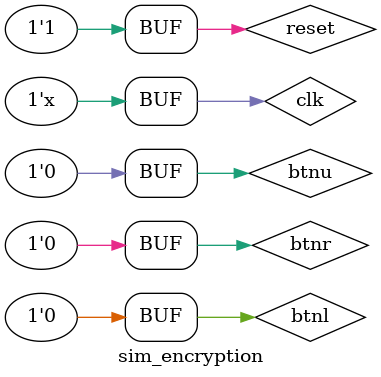
<source format=v>


module sim_encryption(
    );

reg            clk,reset,btnl,btnu,btnr;
wire    [7:0]   segment;
wire            dp;
wire    [7:0]   an;
wire            transmitresult;

Top encrpytion1(
    .clk(clk),
    .btnCpuReset(reset),
    .btnL(btnl),
    .btnU(btnu),
    .btnR(btnr),
    .led(),
    .uart_rtl_txd(transmitresult),
    .seg(segment),
    .dp(dp),
    .an(an)
);

initial
    clk = 1'b0;

always
#5  clk = ~clk;


initial
begin
    #10
    {reset,btnl,btnu,btnr} = 4'b1000;
#10 {reset,btnl,btnu,btnr} = 4'b1000;
//#10 {reset,btn} = 2'b11;
#10 {reset,btnl,btnu,btnr} = 4'b1100;

#100 {reset,btnl,btnu,btnr} = 4'b1000;
#10 {reset,btnl,btnu,btnr} = 4'b1001;
#10 {reset,btnl,btnu,btnr} = 4'b1001;
#10 {reset,btnl,btnu,btnr} = 4'b1000;


#10000000;       
end

endmodule

</source>
